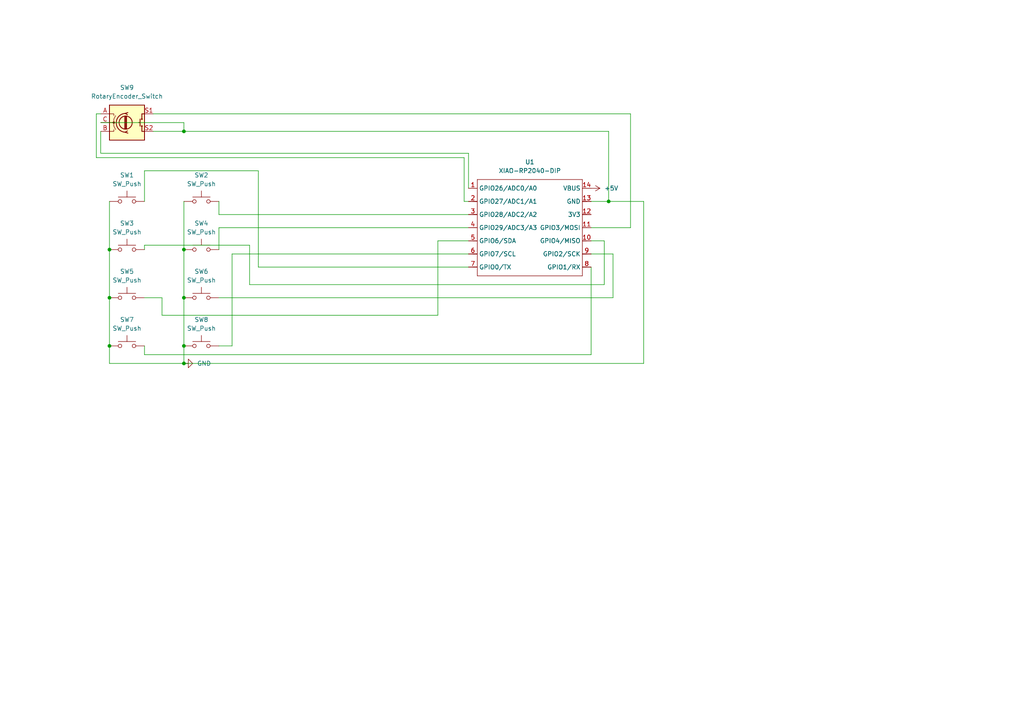
<source format=kicad_sch>
(kicad_sch
	(version 20250114)
	(generator "eeschema")
	(generator_version "9.0")
	(uuid "de1f1c88-c2f3-4cf7-940a-58d325342db7")
	(paper "A4")
	(lib_symbols
		(symbol "Device:RotaryEncoder_Switch"
			(pin_names
				(offset 0.254)
				(hide yes)
			)
			(exclude_from_sim no)
			(in_bom yes)
			(on_board yes)
			(property "Reference" "SW"
				(at 0 6.604 0)
				(effects
					(font
						(size 1.27 1.27)
					)
				)
			)
			(property "Value" "RotaryEncoder_Switch"
				(at 0 -6.604 0)
				(effects
					(font
						(size 1.27 1.27)
					)
				)
			)
			(property "Footprint" ""
				(at -3.81 4.064 0)
				(effects
					(font
						(size 1.27 1.27)
					)
					(hide yes)
				)
			)
			(property "Datasheet" "~"
				(at 0 6.604 0)
				(effects
					(font
						(size 1.27 1.27)
					)
					(hide yes)
				)
			)
			(property "Description" "Rotary encoder, dual channel, incremental quadrate outputs, with switch"
				(at 0 0 0)
				(effects
					(font
						(size 1.27 1.27)
					)
					(hide yes)
				)
			)
			(property "ki_keywords" "rotary switch encoder switch push button"
				(at 0 0 0)
				(effects
					(font
						(size 1.27 1.27)
					)
					(hide yes)
				)
			)
			(property "ki_fp_filters" "RotaryEncoder*Switch*"
				(at 0 0 0)
				(effects
					(font
						(size 1.27 1.27)
					)
					(hide yes)
				)
			)
			(symbol "RotaryEncoder_Switch_0_1"
				(rectangle
					(start -5.08 5.08)
					(end 5.08 -5.08)
					(stroke
						(width 0.254)
						(type default)
					)
					(fill
						(type background)
					)
				)
				(polyline
					(pts
						(xy -5.08 2.54) (xy -3.81 2.54) (xy -3.81 2.032)
					)
					(stroke
						(width 0)
						(type default)
					)
					(fill
						(type none)
					)
				)
				(polyline
					(pts
						(xy -5.08 0) (xy -3.81 0) (xy -3.81 -1.016) (xy -3.302 -2.032)
					)
					(stroke
						(width 0)
						(type default)
					)
					(fill
						(type none)
					)
				)
				(polyline
					(pts
						(xy -5.08 -2.54) (xy -3.81 -2.54) (xy -3.81 -2.032)
					)
					(stroke
						(width 0)
						(type default)
					)
					(fill
						(type none)
					)
				)
				(polyline
					(pts
						(xy -4.318 0) (xy -3.81 0) (xy -3.81 1.016) (xy -3.302 2.032)
					)
					(stroke
						(width 0)
						(type default)
					)
					(fill
						(type none)
					)
				)
				(circle
					(center -3.81 0)
					(radius 0.254)
					(stroke
						(width 0)
						(type default)
					)
					(fill
						(type outline)
					)
				)
				(polyline
					(pts
						(xy -0.635 -1.778) (xy -0.635 1.778)
					)
					(stroke
						(width 0.254)
						(type default)
					)
					(fill
						(type none)
					)
				)
				(circle
					(center -0.381 0)
					(radius 1.905)
					(stroke
						(width 0.254)
						(type default)
					)
					(fill
						(type none)
					)
				)
				(polyline
					(pts
						(xy -0.381 -1.778) (xy -0.381 1.778)
					)
					(stroke
						(width 0.254)
						(type default)
					)
					(fill
						(type none)
					)
				)
				(arc
					(start -0.381 -2.794)
					(mid -3.0988 -0.0635)
					(end -0.381 2.667)
					(stroke
						(width 0.254)
						(type default)
					)
					(fill
						(type none)
					)
				)
				(polyline
					(pts
						(xy -0.127 1.778) (xy -0.127 -1.778)
					)
					(stroke
						(width 0.254)
						(type default)
					)
					(fill
						(type none)
					)
				)
				(polyline
					(pts
						(xy 0.254 2.921) (xy -0.508 2.667) (xy 0.127 2.286)
					)
					(stroke
						(width 0.254)
						(type default)
					)
					(fill
						(type none)
					)
				)
				(polyline
					(pts
						(xy 0.254 -3.048) (xy -0.508 -2.794) (xy 0.127 -2.413)
					)
					(stroke
						(width 0.254)
						(type default)
					)
					(fill
						(type none)
					)
				)
				(polyline
					(pts
						(xy 3.81 1.016) (xy 3.81 -1.016)
					)
					(stroke
						(width 0.254)
						(type default)
					)
					(fill
						(type none)
					)
				)
				(polyline
					(pts
						(xy 3.81 0) (xy 3.429 0)
					)
					(stroke
						(width 0.254)
						(type default)
					)
					(fill
						(type none)
					)
				)
				(circle
					(center 4.318 1.016)
					(radius 0.127)
					(stroke
						(width 0.254)
						(type default)
					)
					(fill
						(type none)
					)
				)
				(circle
					(center 4.318 -1.016)
					(radius 0.127)
					(stroke
						(width 0.254)
						(type default)
					)
					(fill
						(type none)
					)
				)
				(polyline
					(pts
						(xy 5.08 2.54) (xy 4.318 2.54) (xy 4.318 1.016)
					)
					(stroke
						(width 0.254)
						(type default)
					)
					(fill
						(type none)
					)
				)
				(polyline
					(pts
						(xy 5.08 -2.54) (xy 4.318 -2.54) (xy 4.318 -1.016)
					)
					(stroke
						(width 0.254)
						(type default)
					)
					(fill
						(type none)
					)
				)
			)
			(symbol "RotaryEncoder_Switch_1_1"
				(pin passive line
					(at -7.62 2.54 0)
					(length 2.54)
					(name "A"
						(effects
							(font
								(size 1.27 1.27)
							)
						)
					)
					(number "A"
						(effects
							(font
								(size 1.27 1.27)
							)
						)
					)
				)
				(pin passive line
					(at -7.62 0 0)
					(length 2.54)
					(name "C"
						(effects
							(font
								(size 1.27 1.27)
							)
						)
					)
					(number "C"
						(effects
							(font
								(size 1.27 1.27)
							)
						)
					)
				)
				(pin passive line
					(at -7.62 -2.54 0)
					(length 2.54)
					(name "B"
						(effects
							(font
								(size 1.27 1.27)
							)
						)
					)
					(number "B"
						(effects
							(font
								(size 1.27 1.27)
							)
						)
					)
				)
				(pin passive line
					(at 7.62 2.54 180)
					(length 2.54)
					(name "S1"
						(effects
							(font
								(size 1.27 1.27)
							)
						)
					)
					(number "S1"
						(effects
							(font
								(size 1.27 1.27)
							)
						)
					)
				)
				(pin passive line
					(at 7.62 -2.54 180)
					(length 2.54)
					(name "S2"
						(effects
							(font
								(size 1.27 1.27)
							)
						)
					)
					(number "S2"
						(effects
							(font
								(size 1.27 1.27)
							)
						)
					)
				)
			)
			(embedded_fonts no)
		)
		(symbol "Seeed_Studio_XIAO_Series:XIAO-RP2040-DIP"
			(exclude_from_sim no)
			(in_bom yes)
			(on_board yes)
			(property "Reference" "U"
				(at 0 0 0)
				(effects
					(font
						(size 1.27 1.27)
					)
				)
			)
			(property "Value" "XIAO-RP2040-DIP"
				(at 5.334 -1.778 0)
				(effects
					(font
						(size 1.27 1.27)
					)
				)
			)
			(property "Footprint" "Module:MOUDLE14P-XIAO-DIP-SMD"
				(at 14.478 -32.258 0)
				(effects
					(font
						(size 1.27 1.27)
					)
					(hide yes)
				)
			)
			(property "Datasheet" ""
				(at 0 0 0)
				(effects
					(font
						(size 1.27 1.27)
					)
					(hide yes)
				)
			)
			(property "Description" ""
				(at 0 0 0)
				(effects
					(font
						(size 1.27 1.27)
					)
					(hide yes)
				)
			)
			(symbol "XIAO-RP2040-DIP_1_0"
				(polyline
					(pts
						(xy -1.27 -2.54) (xy 29.21 -2.54)
					)
					(stroke
						(width 0.1524)
						(type solid)
					)
					(fill
						(type none)
					)
				)
				(polyline
					(pts
						(xy -1.27 -5.08) (xy -2.54 -5.08)
					)
					(stroke
						(width 0.1524)
						(type solid)
					)
					(fill
						(type none)
					)
				)
				(polyline
					(pts
						(xy -1.27 -5.08) (xy -1.27 -2.54)
					)
					(stroke
						(width 0.1524)
						(type solid)
					)
					(fill
						(type none)
					)
				)
				(polyline
					(pts
						(xy -1.27 -8.89) (xy -2.54 -8.89)
					)
					(stroke
						(width 0.1524)
						(type solid)
					)
					(fill
						(type none)
					)
				)
				(polyline
					(pts
						(xy -1.27 -8.89) (xy -1.27 -5.08)
					)
					(stroke
						(width 0.1524)
						(type solid)
					)
					(fill
						(type none)
					)
				)
				(polyline
					(pts
						(xy -1.27 -12.7) (xy -2.54 -12.7)
					)
					(stroke
						(width 0.1524)
						(type solid)
					)
					(fill
						(type none)
					)
				)
				(polyline
					(pts
						(xy -1.27 -12.7) (xy -1.27 -8.89)
					)
					(stroke
						(width 0.1524)
						(type solid)
					)
					(fill
						(type none)
					)
				)
				(polyline
					(pts
						(xy -1.27 -16.51) (xy -2.54 -16.51)
					)
					(stroke
						(width 0.1524)
						(type solid)
					)
					(fill
						(type none)
					)
				)
				(polyline
					(pts
						(xy -1.27 -16.51) (xy -1.27 -12.7)
					)
					(stroke
						(width 0.1524)
						(type solid)
					)
					(fill
						(type none)
					)
				)
				(polyline
					(pts
						(xy -1.27 -20.32) (xy -2.54 -20.32)
					)
					(stroke
						(width 0.1524)
						(type solid)
					)
					(fill
						(type none)
					)
				)
				(polyline
					(pts
						(xy -1.27 -24.13) (xy -2.54 -24.13)
					)
					(stroke
						(width 0.1524)
						(type solid)
					)
					(fill
						(type none)
					)
				)
				(polyline
					(pts
						(xy -1.27 -27.94) (xy -2.54 -27.94)
					)
					(stroke
						(width 0.1524)
						(type solid)
					)
					(fill
						(type none)
					)
				)
				(polyline
					(pts
						(xy -1.27 -30.48) (xy -1.27 -16.51)
					)
					(stroke
						(width 0.1524)
						(type solid)
					)
					(fill
						(type none)
					)
				)
				(polyline
					(pts
						(xy 29.21 -2.54) (xy 29.21 -5.08)
					)
					(stroke
						(width 0.1524)
						(type solid)
					)
					(fill
						(type none)
					)
				)
				(polyline
					(pts
						(xy 29.21 -5.08) (xy 29.21 -8.89)
					)
					(stroke
						(width 0.1524)
						(type solid)
					)
					(fill
						(type none)
					)
				)
				(polyline
					(pts
						(xy 29.21 -8.89) (xy 29.21 -12.7)
					)
					(stroke
						(width 0.1524)
						(type solid)
					)
					(fill
						(type none)
					)
				)
				(polyline
					(pts
						(xy 29.21 -12.7) (xy 29.21 -30.48)
					)
					(stroke
						(width 0.1524)
						(type solid)
					)
					(fill
						(type none)
					)
				)
				(polyline
					(pts
						(xy 29.21 -30.48) (xy -1.27 -30.48)
					)
					(stroke
						(width 0.1524)
						(type solid)
					)
					(fill
						(type none)
					)
				)
				(polyline
					(pts
						(xy 30.48 -5.08) (xy 29.21 -5.08)
					)
					(stroke
						(width 0.1524)
						(type solid)
					)
					(fill
						(type none)
					)
				)
				(polyline
					(pts
						(xy 30.48 -8.89) (xy 29.21 -8.89)
					)
					(stroke
						(width 0.1524)
						(type solid)
					)
					(fill
						(type none)
					)
				)
				(polyline
					(pts
						(xy 30.48 -12.7) (xy 29.21 -12.7)
					)
					(stroke
						(width 0.1524)
						(type solid)
					)
					(fill
						(type none)
					)
				)
				(polyline
					(pts
						(xy 30.48 -16.51) (xy 29.21 -16.51)
					)
					(stroke
						(width 0.1524)
						(type solid)
					)
					(fill
						(type none)
					)
				)
				(polyline
					(pts
						(xy 30.48 -20.32) (xy 29.21 -20.32)
					)
					(stroke
						(width 0.1524)
						(type solid)
					)
					(fill
						(type none)
					)
				)
				(polyline
					(pts
						(xy 30.48 -24.13) (xy 29.21 -24.13)
					)
					(stroke
						(width 0.1524)
						(type solid)
					)
					(fill
						(type none)
					)
				)
				(polyline
					(pts
						(xy 30.48 -27.94) (xy 29.21 -27.94)
					)
					(stroke
						(width 0.1524)
						(type solid)
					)
					(fill
						(type none)
					)
				)
				(pin passive line
					(at -3.81 -5.08 0)
					(length 2.54)
					(name "GPIO26/ADC0/A0"
						(effects
							(font
								(size 1.27 1.27)
							)
						)
					)
					(number "1"
						(effects
							(font
								(size 1.27 1.27)
							)
						)
					)
				)
				(pin passive line
					(at -3.81 -8.89 0)
					(length 2.54)
					(name "GPIO27/ADC1/A1"
						(effects
							(font
								(size 1.27 1.27)
							)
						)
					)
					(number "2"
						(effects
							(font
								(size 1.27 1.27)
							)
						)
					)
				)
				(pin passive line
					(at -3.81 -12.7 0)
					(length 2.54)
					(name "GPIO28/ADC2/A2"
						(effects
							(font
								(size 1.27 1.27)
							)
						)
					)
					(number "3"
						(effects
							(font
								(size 1.27 1.27)
							)
						)
					)
				)
				(pin passive line
					(at -3.81 -16.51 0)
					(length 2.54)
					(name "GPIO29/ADC3/A3"
						(effects
							(font
								(size 1.27 1.27)
							)
						)
					)
					(number "4"
						(effects
							(font
								(size 1.27 1.27)
							)
						)
					)
				)
				(pin passive line
					(at -3.81 -20.32 0)
					(length 2.54)
					(name "GPIO6/SDA"
						(effects
							(font
								(size 1.27 1.27)
							)
						)
					)
					(number "5"
						(effects
							(font
								(size 1.27 1.27)
							)
						)
					)
				)
				(pin passive line
					(at -3.81 -24.13 0)
					(length 2.54)
					(name "GPIO7/SCL"
						(effects
							(font
								(size 1.27 1.27)
							)
						)
					)
					(number "6"
						(effects
							(font
								(size 1.27 1.27)
							)
						)
					)
				)
				(pin passive line
					(at -3.81 -27.94 0)
					(length 2.54)
					(name "GPIO0/TX"
						(effects
							(font
								(size 1.27 1.27)
							)
						)
					)
					(number "7"
						(effects
							(font
								(size 1.27 1.27)
							)
						)
					)
				)
				(pin passive line
					(at 31.75 -5.08 180)
					(length 2.54)
					(name "VBUS"
						(effects
							(font
								(size 1.27 1.27)
							)
						)
					)
					(number "14"
						(effects
							(font
								(size 1.27 1.27)
							)
						)
					)
				)
				(pin passive line
					(at 31.75 -8.89 180)
					(length 2.54)
					(name "GND"
						(effects
							(font
								(size 1.27 1.27)
							)
						)
					)
					(number "13"
						(effects
							(font
								(size 1.27 1.27)
							)
						)
					)
				)
				(pin passive line
					(at 31.75 -12.7 180)
					(length 2.54)
					(name "3V3"
						(effects
							(font
								(size 1.27 1.27)
							)
						)
					)
					(number "12"
						(effects
							(font
								(size 1.27 1.27)
							)
						)
					)
				)
				(pin passive line
					(at 31.75 -16.51 180)
					(length 2.54)
					(name "GPIO3/MOSI"
						(effects
							(font
								(size 1.27 1.27)
							)
						)
					)
					(number "11"
						(effects
							(font
								(size 1.27 1.27)
							)
						)
					)
				)
				(pin passive line
					(at 31.75 -20.32 180)
					(length 2.54)
					(name "GPIO4/MISO"
						(effects
							(font
								(size 1.27 1.27)
							)
						)
					)
					(number "10"
						(effects
							(font
								(size 1.27 1.27)
							)
						)
					)
				)
				(pin passive line
					(at 31.75 -24.13 180)
					(length 2.54)
					(name "GPIO2/SCK"
						(effects
							(font
								(size 1.27 1.27)
							)
						)
					)
					(number "9"
						(effects
							(font
								(size 1.27 1.27)
							)
						)
					)
				)
				(pin passive line
					(at 31.75 -27.94 180)
					(length 2.54)
					(name "GPIO1/RX"
						(effects
							(font
								(size 1.27 1.27)
							)
						)
					)
					(number "8"
						(effects
							(font
								(size 1.27 1.27)
							)
						)
					)
				)
			)
			(embedded_fonts no)
		)
		(symbol "Switch:SW_Push"
			(pin_numbers
				(hide yes)
			)
			(pin_names
				(offset 1.016)
				(hide yes)
			)
			(exclude_from_sim no)
			(in_bom yes)
			(on_board yes)
			(property "Reference" "SW"
				(at 1.27 2.54 0)
				(effects
					(font
						(size 1.27 1.27)
					)
					(justify left)
				)
			)
			(property "Value" "SW_Push"
				(at 0 -1.524 0)
				(effects
					(font
						(size 1.27 1.27)
					)
				)
			)
			(property "Footprint" ""
				(at 0 5.08 0)
				(effects
					(font
						(size 1.27 1.27)
					)
					(hide yes)
				)
			)
			(property "Datasheet" "~"
				(at 0 5.08 0)
				(effects
					(font
						(size 1.27 1.27)
					)
					(hide yes)
				)
			)
			(property "Description" "Push button switch, generic, two pins"
				(at 0 0 0)
				(effects
					(font
						(size 1.27 1.27)
					)
					(hide yes)
				)
			)
			(property "ki_keywords" "switch normally-open pushbutton push-button"
				(at 0 0 0)
				(effects
					(font
						(size 1.27 1.27)
					)
					(hide yes)
				)
			)
			(symbol "SW_Push_0_1"
				(circle
					(center -2.032 0)
					(radius 0.508)
					(stroke
						(width 0)
						(type default)
					)
					(fill
						(type none)
					)
				)
				(polyline
					(pts
						(xy 0 1.27) (xy 0 3.048)
					)
					(stroke
						(width 0)
						(type default)
					)
					(fill
						(type none)
					)
				)
				(circle
					(center 2.032 0)
					(radius 0.508)
					(stroke
						(width 0)
						(type default)
					)
					(fill
						(type none)
					)
				)
				(polyline
					(pts
						(xy 2.54 1.27) (xy -2.54 1.27)
					)
					(stroke
						(width 0)
						(type default)
					)
					(fill
						(type none)
					)
				)
				(pin passive line
					(at -5.08 0 0)
					(length 2.54)
					(name "1"
						(effects
							(font
								(size 1.27 1.27)
							)
						)
					)
					(number "1"
						(effects
							(font
								(size 1.27 1.27)
							)
						)
					)
				)
				(pin passive line
					(at 5.08 0 180)
					(length 2.54)
					(name "2"
						(effects
							(font
								(size 1.27 1.27)
							)
						)
					)
					(number "2"
						(effects
							(font
								(size 1.27 1.27)
							)
						)
					)
				)
			)
			(embedded_fonts no)
		)
		(symbol "power:+5V"
			(power)
			(pin_numbers
				(hide yes)
			)
			(pin_names
				(offset 0)
				(hide yes)
			)
			(exclude_from_sim no)
			(in_bom yes)
			(on_board yes)
			(property "Reference" "#PWR"
				(at 0 -3.81 0)
				(effects
					(font
						(size 1.27 1.27)
					)
					(hide yes)
				)
			)
			(property "Value" "+5V"
				(at 0 3.556 0)
				(effects
					(font
						(size 1.27 1.27)
					)
				)
			)
			(property "Footprint" ""
				(at 0 0 0)
				(effects
					(font
						(size 1.27 1.27)
					)
					(hide yes)
				)
			)
			(property "Datasheet" ""
				(at 0 0 0)
				(effects
					(font
						(size 1.27 1.27)
					)
					(hide yes)
				)
			)
			(property "Description" "Power symbol creates a global label with name \"+5V\""
				(at 0 0 0)
				(effects
					(font
						(size 1.27 1.27)
					)
					(hide yes)
				)
			)
			(property "ki_keywords" "global power"
				(at 0 0 0)
				(effects
					(font
						(size 1.27 1.27)
					)
					(hide yes)
				)
			)
			(symbol "+5V_0_1"
				(polyline
					(pts
						(xy -0.762 1.27) (xy 0 2.54)
					)
					(stroke
						(width 0)
						(type default)
					)
					(fill
						(type none)
					)
				)
				(polyline
					(pts
						(xy 0 2.54) (xy 0.762 1.27)
					)
					(stroke
						(width 0)
						(type default)
					)
					(fill
						(type none)
					)
				)
				(polyline
					(pts
						(xy 0 0) (xy 0 2.54)
					)
					(stroke
						(width 0)
						(type default)
					)
					(fill
						(type none)
					)
				)
			)
			(symbol "+5V_1_1"
				(pin power_in line
					(at 0 0 90)
					(length 0)
					(name "~"
						(effects
							(font
								(size 1.27 1.27)
							)
						)
					)
					(number "1"
						(effects
							(font
								(size 1.27 1.27)
							)
						)
					)
				)
			)
			(embedded_fonts no)
		)
		(symbol "power:GND"
			(power)
			(pin_numbers
				(hide yes)
			)
			(pin_names
				(offset 0)
				(hide yes)
			)
			(exclude_from_sim no)
			(in_bom yes)
			(on_board yes)
			(property "Reference" "#PWR"
				(at 0 -6.35 0)
				(effects
					(font
						(size 1.27 1.27)
					)
					(hide yes)
				)
			)
			(property "Value" "GND"
				(at 0 -3.81 0)
				(effects
					(font
						(size 1.27 1.27)
					)
				)
			)
			(property "Footprint" ""
				(at 0 0 0)
				(effects
					(font
						(size 1.27 1.27)
					)
					(hide yes)
				)
			)
			(property "Datasheet" ""
				(at 0 0 0)
				(effects
					(font
						(size 1.27 1.27)
					)
					(hide yes)
				)
			)
			(property "Description" "Power symbol creates a global label with name \"GND\" , ground"
				(at 0 0 0)
				(effects
					(font
						(size 1.27 1.27)
					)
					(hide yes)
				)
			)
			(property "ki_keywords" "global power"
				(at 0 0 0)
				(effects
					(font
						(size 1.27 1.27)
					)
					(hide yes)
				)
			)
			(symbol "GND_0_1"
				(polyline
					(pts
						(xy 0 0) (xy 0 -1.27) (xy 1.27 -1.27) (xy 0 -2.54) (xy -1.27 -1.27) (xy 0 -1.27)
					)
					(stroke
						(width 0)
						(type default)
					)
					(fill
						(type none)
					)
				)
			)
			(symbol "GND_1_1"
				(pin power_in line
					(at 0 0 270)
					(length 0)
					(name "~"
						(effects
							(font
								(size 1.27 1.27)
							)
						)
					)
					(number "1"
						(effects
							(font
								(size 1.27 1.27)
							)
						)
					)
				)
			)
			(embedded_fonts no)
		)
	)
	(junction
		(at 53.34 38.1)
		(diameter 0)
		(color 0 0 0 0)
		(uuid "3bb45ccb-489f-413d-876f-9f204c211a6e")
	)
	(junction
		(at 53.34 86.36)
		(diameter 0)
		(color 0 0 0 0)
		(uuid "492ea31b-0d6c-4321-bac9-bb27f3ab2897")
	)
	(junction
		(at 31.75 72.39)
		(diameter 0)
		(color 0 0 0 0)
		(uuid "4a9db7f4-cd39-45e8-ba44-9dcdac086590")
	)
	(junction
		(at 176.53 58.42)
		(diameter 0)
		(color 0 0 0 0)
		(uuid "6b8dd17d-d733-4588-b3fd-3037998a3946")
	)
	(junction
		(at 31.75 86.36)
		(diameter 0)
		(color 0 0 0 0)
		(uuid "6b94e59c-3f6d-4b64-9765-1b81ea31ea70")
	)
	(junction
		(at 53.34 100.33)
		(diameter 0)
		(color 0 0 0 0)
		(uuid "790ee2cc-8446-496c-b7a5-0072cde43718")
	)
	(junction
		(at 53.34 105.41)
		(diameter 0)
		(color 0 0 0 0)
		(uuid "8d74da9c-bb01-4de0-a0e1-46f35d43daf7")
	)
	(junction
		(at 53.34 72.39)
		(diameter 0)
		(color 0 0 0 0)
		(uuid "9880a2f7-dfe6-4c4b-947b-6310610a84c8")
	)
	(junction
		(at 31.75 100.33)
		(diameter 0)
		(color 0 0 0 0)
		(uuid "9e141309-575f-4801-ae37-eb5faf18a192")
	)
	(wire
		(pts
			(xy 177.8 86.36) (xy 177.8 73.66)
		)
		(stroke
			(width 0)
			(type default)
		)
		(uuid "04213f69-2c9c-402a-85ba-3ef6b9f5bf62")
	)
	(wire
		(pts
			(xy 27.94 33.02) (xy 29.21 33.02)
		)
		(stroke
			(width 0)
			(type default)
		)
		(uuid "04626df9-89b6-4973-8e1a-0458a27f4076")
	)
	(wire
		(pts
			(xy 41.91 49.53) (xy 41.91 58.42)
		)
		(stroke
			(width 0)
			(type default)
		)
		(uuid "0d34cf94-ed02-4678-9319-0f490cae34ea")
	)
	(wire
		(pts
			(xy 72.39 71.12) (xy 41.91 71.12)
		)
		(stroke
			(width 0)
			(type default)
		)
		(uuid "213cc84f-839e-4622-9cd9-7af6619e88bd")
	)
	(wire
		(pts
			(xy 135.89 66.04) (xy 63.5 66.04)
		)
		(stroke
			(width 0)
			(type default)
		)
		(uuid "24b6f9ec-6a00-4f03-b9df-49c1447d9bf3")
	)
	(wire
		(pts
			(xy 27.94 45.72) (xy 27.94 33.02)
		)
		(stroke
			(width 0)
			(type default)
		)
		(uuid "252eb8c1-6de6-4586-829e-aa487d95bcef")
	)
	(wire
		(pts
			(xy 134.62 58.42) (xy 134.62 45.72)
		)
		(stroke
			(width 0)
			(type default)
		)
		(uuid "380f1ed3-e0d9-4699-aabd-0d7f528637ef")
	)
	(wire
		(pts
			(xy 171.45 69.85) (xy 175.26 69.85)
		)
		(stroke
			(width 0)
			(type default)
		)
		(uuid "3cfba171-e364-4f24-9671-137e4d0d5f4b")
	)
	(wire
		(pts
			(xy 72.39 82.55) (xy 72.39 71.12)
		)
		(stroke
			(width 0)
			(type default)
		)
		(uuid "3f61d311-d0db-4bed-b718-e84f9d07dbe6")
	)
	(wire
		(pts
			(xy 46.99 86.36) (xy 46.99 91.44)
		)
		(stroke
			(width 0)
			(type default)
		)
		(uuid "428b290a-7fcb-4fc4-be45-b947c63283b5")
	)
	(wire
		(pts
			(xy 186.69 58.42) (xy 176.53 58.42)
		)
		(stroke
			(width 0)
			(type default)
		)
		(uuid "49598b40-07c3-4409-ba34-54ebaddf3933")
	)
	(wire
		(pts
			(xy 31.75 58.42) (xy 31.75 72.39)
		)
		(stroke
			(width 0)
			(type default)
		)
		(uuid "4e17ea63-6434-44e4-8fe6-7b5cf6055994")
	)
	(wire
		(pts
			(xy 41.91 86.36) (xy 46.99 86.36)
		)
		(stroke
			(width 0)
			(type default)
		)
		(uuid "552178a1-5898-4458-81be-143a48d61706")
	)
	(wire
		(pts
			(xy 171.45 77.47) (xy 171.45 102.87)
		)
		(stroke
			(width 0)
			(type default)
		)
		(uuid "5593c46f-8cd3-47e8-a3e7-06908600c427")
	)
	(wire
		(pts
			(xy 53.34 38.1) (xy 44.45 38.1)
		)
		(stroke
			(width 0)
			(type default)
		)
		(uuid "58599a54-b6ef-4d40-b8c5-cf91f289611f")
	)
	(wire
		(pts
			(xy 135.89 54.61) (xy 135.89 44.45)
		)
		(stroke
			(width 0)
			(type default)
		)
		(uuid "58e64f58-97e9-4e20-84e4-1eebf3b36534")
	)
	(wire
		(pts
			(xy 171.45 102.87) (xy 41.91 102.87)
		)
		(stroke
			(width 0)
			(type default)
		)
		(uuid "596fe82b-d1db-43be-9b57-50823cab30e0")
	)
	(wire
		(pts
			(xy 127 69.85) (xy 135.89 69.85)
		)
		(stroke
			(width 0)
			(type default)
		)
		(uuid "5f56d080-9952-4fcf-9d41-fdd2497824a9")
	)
	(wire
		(pts
			(xy 63.5 86.36) (xy 177.8 86.36)
		)
		(stroke
			(width 0)
			(type default)
		)
		(uuid "63b4301b-3762-42fa-8cd4-a7baea3ca20e")
	)
	(wire
		(pts
			(xy 31.75 100.33) (xy 31.75 105.41)
		)
		(stroke
			(width 0)
			(type default)
		)
		(uuid "64ee7c26-20e4-44c6-b580-be45d47218f6")
	)
	(wire
		(pts
			(xy 135.89 62.23) (xy 63.5 62.23)
		)
		(stroke
			(width 0)
			(type default)
		)
		(uuid "679f23e9-48d0-4714-a479-01e78b8c0a1b")
	)
	(wire
		(pts
			(xy 41.91 102.87) (xy 41.91 100.33)
		)
		(stroke
			(width 0)
			(type default)
		)
		(uuid "73c1c2fb-0e24-4057-9976-1fa3aa53869c")
	)
	(wire
		(pts
			(xy 67.31 100.33) (xy 63.5 100.33)
		)
		(stroke
			(width 0)
			(type default)
		)
		(uuid "84e50563-5b01-4471-9df8-0ac54f0c83d0")
	)
	(wire
		(pts
			(xy 127 91.44) (xy 127 69.85)
		)
		(stroke
			(width 0)
			(type default)
		)
		(uuid "8a384d87-d67f-4302-bf1c-96d2e0f24710")
	)
	(wire
		(pts
			(xy 46.99 91.44) (xy 127 91.44)
		)
		(stroke
			(width 0)
			(type default)
		)
		(uuid "8cf099e6-bcd7-4312-90b1-a2294e2a9a23")
	)
	(wire
		(pts
			(xy 53.34 86.36) (xy 53.34 100.33)
		)
		(stroke
			(width 0)
			(type default)
		)
		(uuid "8d80b9d9-98bc-49be-976c-4a1b1bfe9eb0")
	)
	(wire
		(pts
			(xy 175.26 69.85) (xy 175.26 82.55)
		)
		(stroke
			(width 0)
			(type default)
		)
		(uuid "8d903cd6-81ef-412c-b609-a6964137c16a")
	)
	(wire
		(pts
			(xy 53.34 58.42) (xy 53.34 72.39)
		)
		(stroke
			(width 0)
			(type default)
		)
		(uuid "915a53dc-8756-462b-b9b7-30789c135f76")
	)
	(wire
		(pts
			(xy 74.93 49.53) (xy 41.91 49.53)
		)
		(stroke
			(width 0)
			(type default)
		)
		(uuid "978c5354-b26a-4370-9e03-1c5f55a23aa9")
	)
	(wire
		(pts
			(xy 74.93 77.47) (xy 74.93 49.53)
		)
		(stroke
			(width 0)
			(type default)
		)
		(uuid "9c224cab-1548-4f23-a69e-c705a7e25db7")
	)
	(wire
		(pts
			(xy 29.21 35.56) (xy 53.34 35.56)
		)
		(stroke
			(width 0)
			(type default)
		)
		(uuid "9d506c3e-149e-4c5f-ae60-97ca161f419d")
	)
	(wire
		(pts
			(xy 177.8 73.66) (xy 171.45 73.66)
		)
		(stroke
			(width 0)
			(type default)
		)
		(uuid "9ee52f10-fa87-43bb-863a-2e21e67b8761")
	)
	(wire
		(pts
			(xy 53.34 105.41) (xy 186.69 105.41)
		)
		(stroke
			(width 0)
			(type default)
		)
		(uuid "9f303ec1-16d5-41f5-888c-c5dee6a007b3")
	)
	(wire
		(pts
			(xy 175.26 82.55) (xy 72.39 82.55)
		)
		(stroke
			(width 0)
			(type default)
		)
		(uuid "a2d97592-558a-4fa0-9cc8-08b523512b69")
	)
	(wire
		(pts
			(xy 53.34 35.56) (xy 53.34 38.1)
		)
		(stroke
			(width 0)
			(type default)
		)
		(uuid "a7191982-1f7d-4b6f-9bd9-82cf31fd564d")
	)
	(wire
		(pts
			(xy 31.75 72.39) (xy 31.75 86.36)
		)
		(stroke
			(width 0)
			(type default)
		)
		(uuid "b76b8fd1-2cfa-4896-b37b-4184be3e8e16")
	)
	(wire
		(pts
			(xy 176.53 38.1) (xy 176.53 58.42)
		)
		(stroke
			(width 0)
			(type default)
		)
		(uuid "bcb0cf34-9608-493b-841e-37139b32ef99")
	)
	(wire
		(pts
			(xy 31.75 105.41) (xy 53.34 105.41)
		)
		(stroke
			(width 0)
			(type default)
		)
		(uuid "bf3326c1-ffb4-40cd-a82d-2095ed22bf9a")
	)
	(wire
		(pts
			(xy 135.89 77.47) (xy 74.93 77.47)
		)
		(stroke
			(width 0)
			(type default)
		)
		(uuid "c05430be-e439-4215-898d-05f8c54c2cd3")
	)
	(wire
		(pts
			(xy 182.88 66.04) (xy 171.45 66.04)
		)
		(stroke
			(width 0)
			(type default)
		)
		(uuid "c180bec3-01be-4f56-9807-251f3c75866e")
	)
	(wire
		(pts
			(xy 134.62 45.72) (xy 27.94 45.72)
		)
		(stroke
			(width 0)
			(type default)
		)
		(uuid "c20bd32c-5aaa-4ed6-97a6-52d7ed19e56e")
	)
	(wire
		(pts
			(xy 41.91 71.12) (xy 41.91 72.39)
		)
		(stroke
			(width 0)
			(type default)
		)
		(uuid "c734c5ae-bbd6-480d-809c-f17385fb6a73")
	)
	(wire
		(pts
			(xy 53.34 72.39) (xy 53.34 86.36)
		)
		(stroke
			(width 0)
			(type default)
		)
		(uuid "c9c50212-f364-4436-8581-e52b2a4e2311")
	)
	(wire
		(pts
			(xy 63.5 66.04) (xy 63.5 72.39)
		)
		(stroke
			(width 0)
			(type default)
		)
		(uuid "ca5afd0e-4392-42c9-95db-2f9c6a284cc4")
	)
	(wire
		(pts
			(xy 53.34 105.41) (xy 53.34 100.33)
		)
		(stroke
			(width 0)
			(type default)
		)
		(uuid "d0407712-e7ea-43ff-9638-eb145243ce36")
	)
	(wire
		(pts
			(xy 67.31 73.66) (xy 67.31 100.33)
		)
		(stroke
			(width 0)
			(type default)
		)
		(uuid "d1285cc1-9989-41b9-a858-96a799b741da")
	)
	(wire
		(pts
			(xy 31.75 86.36) (xy 31.75 100.33)
		)
		(stroke
			(width 0)
			(type default)
		)
		(uuid "d14de086-0262-4a78-91a7-5314849e56a2")
	)
	(wire
		(pts
			(xy 135.89 58.42) (xy 134.62 58.42)
		)
		(stroke
			(width 0)
			(type default)
		)
		(uuid "d676a78e-afaa-4575-8de2-32c560c53020")
	)
	(wire
		(pts
			(xy 135.89 44.45) (xy 29.21 44.45)
		)
		(stroke
			(width 0)
			(type default)
		)
		(uuid "dea3a6c4-d579-4082-bf8b-f32b2a62da01")
	)
	(wire
		(pts
			(xy 182.88 33.02) (xy 182.88 66.04)
		)
		(stroke
			(width 0)
			(type default)
		)
		(uuid "e870649a-b0fa-4746-b79f-5b883646372b")
	)
	(wire
		(pts
			(xy 53.34 38.1) (xy 176.53 38.1)
		)
		(stroke
			(width 0)
			(type default)
		)
		(uuid "f53ae1d5-d398-473a-9a41-577c537e7a26")
	)
	(wire
		(pts
			(xy 29.21 44.45) (xy 29.21 38.1)
		)
		(stroke
			(width 0)
			(type default)
		)
		(uuid "f66473fe-98d4-40ce-bcbf-b9f90bb6b82f")
	)
	(wire
		(pts
			(xy 44.45 33.02) (xy 182.88 33.02)
		)
		(stroke
			(width 0)
			(type default)
		)
		(uuid "f7544913-7c76-4283-a506-4922318ce5a3")
	)
	(wire
		(pts
			(xy 176.53 58.42) (xy 171.45 58.42)
		)
		(stroke
			(width 0)
			(type default)
		)
		(uuid "f8456174-7d6a-4268-be5d-080a3e4f83c2")
	)
	(wire
		(pts
			(xy 135.89 73.66) (xy 67.31 73.66)
		)
		(stroke
			(width 0)
			(type default)
		)
		(uuid "fb3f4b96-fd17-445c-b66e-5a0998e9a3db")
	)
	(wire
		(pts
			(xy 186.69 105.41) (xy 186.69 58.42)
		)
		(stroke
			(width 0)
			(type default)
		)
		(uuid "fd21032b-bf5a-4fad-92be-592c46f88a3c")
	)
	(wire
		(pts
			(xy 63.5 62.23) (xy 63.5 58.42)
		)
		(stroke
			(width 0)
			(type default)
		)
		(uuid "fe164372-d991-467f-a605-7ee35e7e167f")
	)
	(symbol
		(lib_id "Seeed_Studio_XIAO_Series:XIAO-RP2040-DIP")
		(at 139.7 49.53 0)
		(unit 1)
		(exclude_from_sim no)
		(in_bom yes)
		(on_board yes)
		(dnp no)
		(fields_autoplaced yes)
		(uuid "14700d57-34fa-4610-8a98-f81fd8248197")
		(property "Reference" "U1"
			(at 153.67 46.99 0)
			(effects
				(font
					(size 1.27 1.27)
				)
			)
		)
		(property "Value" "XIAO-RP2040-DIP"
			(at 153.67 49.53 0)
			(effects
				(font
					(size 1.27 1.27)
				)
			)
		)
		(property "Footprint" "Seeed Studio XIAO Series Library:XIAO-RP2040-DIP"
			(at 154.178 81.788 0)
			(effects
				(font
					(size 1.27 1.27)
				)
				(hide yes)
			)
		)
		(property "Datasheet" ""
			(at 139.7 49.53 0)
			(effects
				(font
					(size 1.27 1.27)
				)
				(hide yes)
			)
		)
		(property "Description" ""
			(at 139.7 49.53 0)
			(effects
				(font
					(size 1.27 1.27)
				)
				(hide yes)
			)
		)
		(pin "14"
			(uuid "f2ccbedd-dc72-4757-a2b0-f5e77423d5ff")
		)
		(pin "11"
			(uuid "f379e758-8a93-4ca5-a6ed-f3e7c2abeaa7")
		)
		(pin "6"
			(uuid "17cbe4dd-887c-4d74-82aa-09ccdaa5706b")
		)
		(pin "8"
			(uuid "c74c2761-a695-4c02-967b-8e6a883bbeab")
		)
		(pin "2"
			(uuid "a015aea2-4040-49d1-ae79-355f09b06964")
		)
		(pin "10"
			(uuid "cf5a0f4e-051b-4c3a-8a4e-762946345b62")
		)
		(pin "13"
			(uuid "e745426c-94ea-48e3-a3cd-a2066b91b5f8")
		)
		(pin "9"
			(uuid "4a60a30e-fd05-41c1-915e-269d5fd8a607")
		)
		(pin "7"
			(uuid "1c0bfa48-fd40-4ce0-b736-a2deb4d8bedb")
		)
		(pin "4"
			(uuid "45f70f49-353d-4b01-bfb0-458a6e647e87")
		)
		(pin "1"
			(uuid "d94182c9-6c75-44ea-8fcf-912526b78738")
		)
		(pin "5"
			(uuid "4b16f025-74e9-46c3-bd2c-c0689206b768")
		)
		(pin "12"
			(uuid "95afe02c-a1db-417a-b82f-db9e3909c5dc")
		)
		(pin "3"
			(uuid "5dd63b9f-0a9e-4cf7-b8c4-1df5abf4bfc4")
		)
		(instances
			(project ""
				(path "/de1f1c88-c2f3-4cf7-940a-58d325342db7"
					(reference "U1")
					(unit 1)
				)
			)
		)
	)
	(symbol
		(lib_id "Switch:SW_Push")
		(at 36.83 58.42 0)
		(unit 1)
		(exclude_from_sim no)
		(in_bom yes)
		(on_board yes)
		(dnp no)
		(fields_autoplaced yes)
		(uuid "234224ef-8852-4e58-a40c-a7034190cc98")
		(property "Reference" "SW1"
			(at 36.83 50.8 0)
			(effects
				(font
					(size 1.27 1.27)
				)
			)
		)
		(property "Value" "SW_Push"
			(at 36.83 53.34 0)
			(effects
				(font
					(size 1.27 1.27)
				)
			)
		)
		(property "Footprint" "Button_Switch_Keyboard:SW_Cherry_MX_1.00u_PCB"
			(at 36.83 53.34 0)
			(effects
				(font
					(size 1.27 1.27)
				)
				(hide yes)
			)
		)
		(property "Datasheet" "~"
			(at 36.83 53.34 0)
			(effects
				(font
					(size 1.27 1.27)
				)
				(hide yes)
			)
		)
		(property "Description" "Push button switch, generic, two pins"
			(at 36.83 58.42 0)
			(effects
				(font
					(size 1.27 1.27)
				)
				(hide yes)
			)
		)
		(pin "2"
			(uuid "9c39246c-779b-4703-b240-f5481d097aaf")
		)
		(pin "1"
			(uuid "b48fa750-7825-4066-a301-4c4fa8dace2a")
		)
		(instances
			(project ""
				(path "/de1f1c88-c2f3-4cf7-940a-58d325342db7"
					(reference "SW1")
					(unit 1)
				)
			)
		)
	)
	(symbol
		(lib_id "Switch:SW_Push")
		(at 36.83 86.36 0)
		(unit 1)
		(exclude_from_sim no)
		(in_bom yes)
		(on_board yes)
		(dnp no)
		(fields_autoplaced yes)
		(uuid "28d7a1a3-68df-4bc4-876d-68ad868901ae")
		(property "Reference" "SW5"
			(at 36.83 78.74 0)
			(effects
				(font
					(size 1.27 1.27)
				)
			)
		)
		(property "Value" "SW_Push"
			(at 36.83 81.28 0)
			(effects
				(font
					(size 1.27 1.27)
				)
			)
		)
		(property "Footprint" "Button_Switch_Keyboard:SW_Cherry_MX_1.00u_PCB"
			(at 36.83 81.28 0)
			(effects
				(font
					(size 1.27 1.27)
				)
				(hide yes)
			)
		)
		(property "Datasheet" "~"
			(at 36.83 81.28 0)
			(effects
				(font
					(size 1.27 1.27)
				)
				(hide yes)
			)
		)
		(property "Description" "Push button switch, generic, two pins"
			(at 36.83 86.36 0)
			(effects
				(font
					(size 1.27 1.27)
				)
				(hide yes)
			)
		)
		(pin "2"
			(uuid "f9d02ecc-b5f8-442a-ab41-314c8a96abbc")
		)
		(pin "1"
			(uuid "a7ce5f19-a8f7-4ae5-a6db-f0eafe092bad")
		)
		(instances
			(project "hackpas"
				(path "/de1f1c88-c2f3-4cf7-940a-58d325342db7"
					(reference "SW5")
					(unit 1)
				)
			)
		)
	)
	(symbol
		(lib_id "Switch:SW_Push")
		(at 36.83 72.39 0)
		(unit 1)
		(exclude_from_sim no)
		(in_bom yes)
		(on_board yes)
		(dnp no)
		(fields_autoplaced yes)
		(uuid "6aea3b6f-7ffb-459e-9f0d-7e7755922e57")
		(property "Reference" "SW3"
			(at 36.83 64.77 0)
			(effects
				(font
					(size 1.27 1.27)
				)
			)
		)
		(property "Value" "SW_Push"
			(at 36.83 67.31 0)
			(effects
				(font
					(size 1.27 1.27)
				)
			)
		)
		(property "Footprint" "Button_Switch_Keyboard:SW_Cherry_MX_1.00u_PCB"
			(at 36.83 67.31 0)
			(effects
				(font
					(size 1.27 1.27)
				)
				(hide yes)
			)
		)
		(property "Datasheet" "~"
			(at 36.83 67.31 0)
			(effects
				(font
					(size 1.27 1.27)
				)
				(hide yes)
			)
		)
		(property "Description" "Push button switch, generic, two pins"
			(at 36.83 72.39 0)
			(effects
				(font
					(size 1.27 1.27)
				)
				(hide yes)
			)
		)
		(pin "2"
			(uuid "9b7e6802-8697-4137-b4ca-25f3d14b3855")
		)
		(pin "1"
			(uuid "8093a462-09da-4cd8-813e-b1e5504431cc")
		)
		(instances
			(project "hackpas"
				(path "/de1f1c88-c2f3-4cf7-940a-58d325342db7"
					(reference "SW3")
					(unit 1)
				)
			)
		)
	)
	(symbol
		(lib_id "power:GND")
		(at 53.34 105.41 90)
		(unit 1)
		(exclude_from_sim no)
		(in_bom yes)
		(on_board yes)
		(dnp no)
		(fields_autoplaced yes)
		(uuid "8060121c-5516-428c-b8ca-5e35dd0b1c25")
		(property "Reference" "#PWR01"
			(at 59.69 105.41 0)
			(effects
				(font
					(size 1.27 1.27)
				)
				(hide yes)
			)
		)
		(property "Value" "GND"
			(at 57.15 105.4099 90)
			(effects
				(font
					(size 1.27 1.27)
				)
				(justify right)
			)
		)
		(property "Footprint" ""
			(at 53.34 105.41 0)
			(effects
				(font
					(size 1.27 1.27)
				)
				(hide yes)
			)
		)
		(property "Datasheet" ""
			(at 53.34 105.41 0)
			(effects
				(font
					(size 1.27 1.27)
				)
				(hide yes)
			)
		)
		(property "Description" "Power symbol creates a global label with name \"GND\" , ground"
			(at 53.34 105.41 0)
			(effects
				(font
					(size 1.27 1.27)
				)
				(hide yes)
			)
		)
		(pin "1"
			(uuid "8855c41c-9662-42fa-ba75-ed06f97e1429")
		)
		(instances
			(project ""
				(path "/de1f1c88-c2f3-4cf7-940a-58d325342db7"
					(reference "#PWR01")
					(unit 1)
				)
			)
		)
	)
	(symbol
		(lib_id "Switch:SW_Push")
		(at 58.42 100.33 0)
		(unit 1)
		(exclude_from_sim no)
		(in_bom yes)
		(on_board yes)
		(dnp no)
		(fields_autoplaced yes)
		(uuid "8c5e3c9e-46c6-4898-a6ef-f4ee6dc80fad")
		(property "Reference" "SW8"
			(at 58.42 92.71 0)
			(effects
				(font
					(size 1.27 1.27)
				)
			)
		)
		(property "Value" "SW_Push"
			(at 58.42 95.25 0)
			(effects
				(font
					(size 1.27 1.27)
				)
			)
		)
		(property "Footprint" "Button_Switch_Keyboard:SW_Cherry_MX_1.00u_PCB"
			(at 58.42 95.25 0)
			(effects
				(font
					(size 1.27 1.27)
				)
				(hide yes)
			)
		)
		(property "Datasheet" "~"
			(at 58.42 95.25 0)
			(effects
				(font
					(size 1.27 1.27)
				)
				(hide yes)
			)
		)
		(property "Description" "Push button switch, generic, two pins"
			(at 58.42 100.33 0)
			(effects
				(font
					(size 1.27 1.27)
				)
				(hide yes)
			)
		)
		(pin "2"
			(uuid "8e5ba46c-5ace-4d74-b6b6-ce989b8d7d8e")
		)
		(pin "1"
			(uuid "6345b5d8-351d-419b-b71b-e95b286ea476")
		)
		(instances
			(project "hackpas"
				(path "/de1f1c88-c2f3-4cf7-940a-58d325342db7"
					(reference "SW8")
					(unit 1)
				)
			)
		)
	)
	(symbol
		(lib_id "Switch:SW_Push")
		(at 36.83 100.33 0)
		(unit 1)
		(exclude_from_sim no)
		(in_bom yes)
		(on_board yes)
		(dnp no)
		(fields_autoplaced yes)
		(uuid "8fa00609-3050-4336-8ecb-9fdceb226346")
		(property "Reference" "SW7"
			(at 36.83 92.71 0)
			(effects
				(font
					(size 1.27 1.27)
				)
			)
		)
		(property "Value" "SW_Push"
			(at 36.83 95.25 0)
			(effects
				(font
					(size 1.27 1.27)
				)
			)
		)
		(property "Footprint" "Button_Switch_Keyboard:SW_Cherry_MX_1.00u_PCB"
			(at 36.83 95.25 0)
			(effects
				(font
					(size 1.27 1.27)
				)
				(hide yes)
			)
		)
		(property "Datasheet" "~"
			(at 36.83 95.25 0)
			(effects
				(font
					(size 1.27 1.27)
				)
				(hide yes)
			)
		)
		(property "Description" "Push button switch, generic, two pins"
			(at 36.83 100.33 0)
			(effects
				(font
					(size 1.27 1.27)
				)
				(hide yes)
			)
		)
		(pin "2"
			(uuid "c8346b4a-383a-45d7-9a4e-4acda74095c3")
		)
		(pin "1"
			(uuid "29587f7e-b841-460c-9e9b-988f2ff20268")
		)
		(instances
			(project "hackpas"
				(path "/de1f1c88-c2f3-4cf7-940a-58d325342db7"
					(reference "SW7")
					(unit 1)
				)
			)
		)
	)
	(symbol
		(lib_id "Switch:SW_Push")
		(at 58.42 72.39 0)
		(unit 1)
		(exclude_from_sim no)
		(in_bom yes)
		(on_board yes)
		(dnp no)
		(fields_autoplaced yes)
		(uuid "c6579df7-0c31-4108-86cd-4ccd653888b2")
		(property "Reference" "SW4"
			(at 58.42 64.77 0)
			(effects
				(font
					(size 1.27 1.27)
				)
			)
		)
		(property "Value" "SW_Push"
			(at 58.42 67.31 0)
			(effects
				(font
					(size 1.27 1.27)
				)
			)
		)
		(property "Footprint" "Button_Switch_Keyboard:SW_Cherry_MX_1.00u_PCB"
			(at 58.42 67.31 0)
			(effects
				(font
					(size 1.27 1.27)
				)
				(hide yes)
			)
		)
		(property "Datasheet" "~"
			(at 58.42 67.31 0)
			(effects
				(font
					(size 1.27 1.27)
				)
				(hide yes)
			)
		)
		(property "Description" "Push button switch, generic, two pins"
			(at 58.42 72.39 0)
			(effects
				(font
					(size 1.27 1.27)
				)
				(hide yes)
			)
		)
		(pin "2"
			(uuid "c9727f9d-ee8b-4bc3-8bf3-182b2b2b93f8")
		)
		(pin "1"
			(uuid "bff054ec-78db-4f84-a25b-2df3ee914a81")
		)
		(instances
			(project "hackpas"
				(path "/de1f1c88-c2f3-4cf7-940a-58d325342db7"
					(reference "SW4")
					(unit 1)
				)
			)
		)
	)
	(symbol
		(lib_id "power:+5V")
		(at 171.45 54.61 270)
		(unit 1)
		(exclude_from_sim no)
		(in_bom yes)
		(on_board yes)
		(dnp no)
		(fields_autoplaced yes)
		(uuid "dacb5764-3c37-4862-8eea-822739eeb5c2")
		(property "Reference" "#PWR02"
			(at 167.64 54.61 0)
			(effects
				(font
					(size 1.27 1.27)
				)
				(hide yes)
			)
		)
		(property "Value" "+5V"
			(at 175.26 54.6099 90)
			(effects
				(font
					(size 1.27 1.27)
				)
				(justify left)
			)
		)
		(property "Footprint" ""
			(at 171.45 54.61 0)
			(effects
				(font
					(size 1.27 1.27)
				)
				(hide yes)
			)
		)
		(property "Datasheet" ""
			(at 171.45 54.61 0)
			(effects
				(font
					(size 1.27 1.27)
				)
				(hide yes)
			)
		)
		(property "Description" "Power symbol creates a global label with name \"+5V\""
			(at 171.45 54.61 0)
			(effects
				(font
					(size 1.27 1.27)
				)
				(hide yes)
			)
		)
		(pin "1"
			(uuid "d93059f7-576b-4c37-9bc0-7b35cf798f7a")
		)
		(instances
			(project ""
				(path "/de1f1c88-c2f3-4cf7-940a-58d325342db7"
					(reference "#PWR02")
					(unit 1)
				)
			)
		)
	)
	(symbol
		(lib_id "Switch:SW_Push")
		(at 58.42 58.42 0)
		(unit 1)
		(exclude_from_sim no)
		(in_bom yes)
		(on_board yes)
		(dnp no)
		(fields_autoplaced yes)
		(uuid "e07b5be8-020b-43af-9945-4873b3a40b56")
		(property "Reference" "SW2"
			(at 58.42 50.8 0)
			(effects
				(font
					(size 1.27 1.27)
				)
			)
		)
		(property "Value" "SW_Push"
			(at 58.42 53.34 0)
			(effects
				(font
					(size 1.27 1.27)
				)
			)
		)
		(property "Footprint" "Button_Switch_Keyboard:SW_Cherry_MX_1.00u_PCB"
			(at 58.42 53.34 0)
			(effects
				(font
					(size 1.27 1.27)
				)
				(hide yes)
			)
		)
		(property "Datasheet" "~"
			(at 58.42 53.34 0)
			(effects
				(font
					(size 1.27 1.27)
				)
				(hide yes)
			)
		)
		(property "Description" "Push button switch, generic, two pins"
			(at 58.42 58.42 0)
			(effects
				(font
					(size 1.27 1.27)
				)
				(hide yes)
			)
		)
		(pin "2"
			(uuid "f8f7e3dc-bd43-4c1d-a304-5ca0dd608361")
		)
		(pin "1"
			(uuid "132fd6a0-809b-4b21-9ae9-0c4fea1c2237")
		)
		(instances
			(project "hackpas"
				(path "/de1f1c88-c2f3-4cf7-940a-58d325342db7"
					(reference "SW2")
					(unit 1)
				)
			)
		)
	)
	(symbol
		(lib_id "Device:RotaryEncoder_Switch")
		(at 36.83 35.56 0)
		(unit 1)
		(exclude_from_sim no)
		(in_bom yes)
		(on_board yes)
		(dnp no)
		(fields_autoplaced yes)
		(uuid "f98a1d85-a4de-4d1d-9386-e178865fa1bb")
		(property "Reference" "SW9"
			(at 36.83 25.4 0)
			(effects
				(font
					(size 1.27 1.27)
				)
			)
		)
		(property "Value" "RotaryEncoder_Switch"
			(at 36.83 27.94 0)
			(effects
				(font
					(size 1.27 1.27)
				)
			)
		)
		(property "Footprint" "Rotary_Encoder:RotaryEncoder_Alps_EC11E-Switch_Vertical_H20mm"
			(at 33.02 31.496 0)
			(effects
				(font
					(size 1.27 1.27)
				)
				(hide yes)
			)
		)
		(property "Datasheet" "~"
			(at 36.83 28.956 0)
			(effects
				(font
					(size 1.27 1.27)
				)
				(hide yes)
			)
		)
		(property "Description" "Rotary encoder, dual channel, incremental quadrate outputs, with switch"
			(at 36.83 35.56 0)
			(effects
				(font
					(size 1.27 1.27)
				)
				(hide yes)
			)
		)
		(pin "S1"
			(uuid "46e3567e-faa2-4696-9dad-d5e1f4507c01")
		)
		(pin "S2"
			(uuid "173a1200-d0af-4b6d-b8eb-f174ecbac008")
		)
		(pin "C"
			(uuid "894b4eed-467f-4026-95e8-66ecde6245d0")
		)
		(pin "A"
			(uuid "27b67211-e94b-4ab1-ab4d-739db7d59a06")
		)
		(pin "B"
			(uuid "65121df5-0519-4ed1-8af3-5e8a5dd7fc45")
		)
		(instances
			(project ""
				(path "/de1f1c88-c2f3-4cf7-940a-58d325342db7"
					(reference "SW9")
					(unit 1)
				)
			)
		)
	)
	(symbol
		(lib_id "Switch:SW_Push")
		(at 58.42 86.36 0)
		(unit 1)
		(exclude_from_sim no)
		(in_bom yes)
		(on_board yes)
		(dnp no)
		(fields_autoplaced yes)
		(uuid "fed02de8-85f4-4ac2-80f4-9e30530cb933")
		(property "Reference" "SW6"
			(at 58.42 78.74 0)
			(effects
				(font
					(size 1.27 1.27)
				)
			)
		)
		(property "Value" "SW_Push"
			(at 58.42 81.28 0)
			(effects
				(font
					(size 1.27 1.27)
				)
			)
		)
		(property "Footprint" "Button_Switch_Keyboard:SW_Cherry_MX_1.00u_PCB"
			(at 58.42 81.28 0)
			(effects
				(font
					(size 1.27 1.27)
				)
				(hide yes)
			)
		)
		(property "Datasheet" "~"
			(at 58.42 81.28 0)
			(effects
				(font
					(size 1.27 1.27)
				)
				(hide yes)
			)
		)
		(property "Description" "Push button switch, generic, two pins"
			(at 58.42 86.36 0)
			(effects
				(font
					(size 1.27 1.27)
				)
				(hide yes)
			)
		)
		(pin "2"
			(uuid "2fb0967d-8133-4179-9c53-980b485adf13")
		)
		(pin "1"
			(uuid "88be455f-18b7-4d8f-a66d-2cb1bb4cd93b")
		)
		(instances
			(project "hackpas"
				(path "/de1f1c88-c2f3-4cf7-940a-58d325342db7"
					(reference "SW6")
					(unit 1)
				)
			)
		)
	)
	(sheet_instances
		(path "/"
			(page "1")
		)
	)
	(embedded_fonts no)
)

</source>
